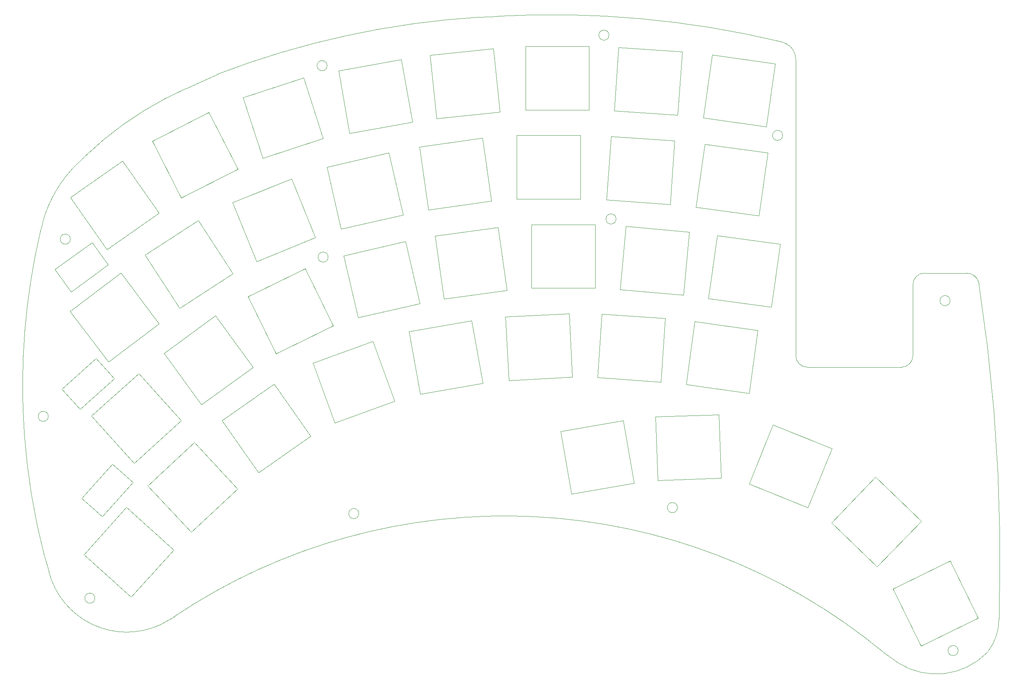
<source format=gbr>
G04 #@! TF.GenerationSoftware,KiCad,Pcbnew,(5.1.5)-3*
G04 #@! TF.CreationDate,2020-03-17T07:33:31+09:00*
G04 #@! TF.ProjectId,fan,66616e2e-6b69-4636-9164-5f7063625858,v1.0*
G04 #@! TF.SameCoordinates,Original*
G04 #@! TF.FileFunction,Other,ECO1*
%FSLAX46Y46*%
G04 Gerber Fmt 4.6, Leading zero omitted, Abs format (unit mm)*
G04 Created by KiCad (PCBNEW (5.1.5)-3) date 2020-03-17 07:33:31*
%MOMM*%
%LPD*%
G04 APERTURE LIST*
%ADD10C,0.001000*%
%ADD11C,0.120000*%
G04 APERTURE END LIST*
D10*
X894208Y-92611946D02*
G75*
G02X4481446Y-47982926I147186792J10627946D01*
G01*
X208772314Y-59879033D02*
G75*
G02X213327220Y-114857810I-383518314J-59451966D01*
G01*
X18103842Y-28454249D02*
G75*
G02X36081093Y-17284410I49304158J-59300751D01*
G01*
X104082251Y-1517838D02*
G75*
G02X165456939Y-7030260I11720749J-213928162D01*
G01*
X168882000Y-10971100D02*
X168902000Y-75485000D01*
X42973000Y-14148000D02*
X36081000Y-17284000D01*
X213327220Y-114857810D02*
G75*
G02X213180994Y-130884386I-388073220J-4473189D01*
G01*
X4862000Y-46479000D02*
X4481000Y-47984000D01*
X13552691Y-32555852D02*
G75*
G02X18104417Y-28454941I53855309J-55199148D01*
G01*
X33473278Y-132346119D02*
G75*
G02X187958430Y-140061172I72076722J-107297881D01*
G01*
X30502159Y-134093957D02*
G75*
G02X6228978Y-122552857I-7315160J15910957D01*
G01*
X196902000Y-57485000D02*
X206152000Y-57484000D01*
X206151999Y-57484920D02*
G75*
G02X208652006Y-59345009I1J-2610080D01*
G01*
X165981000Y-7172300D02*
X165457000Y-7030400D01*
X213181000Y-130884000D02*
X213155000Y-132704000D01*
X166892922Y-7549402D02*
G75*
G02X168881998Y-10971096I-1810922J-3341698D01*
G01*
X5162535Y-118743786D02*
G75*
G02X894205Y-92612874I142917465J36758786D01*
G01*
X194402000Y-75485000D02*
G75*
G02X191902000Y-77985000I-2500000J0D01*
G01*
X210560186Y-140143773D02*
G75*
G02X191181097Y-142384553I-11059186J10724773D01*
G01*
X165981704Y-7172299D02*
G75*
G02X166551969Y-7381382I-2099704J-6609101D01*
G01*
X42972920Y-14147438D02*
G75*
G02X100095793Y-1722399I68974080J-179580562D01*
G01*
X33475000Y-132346000D02*
X30502000Y-134094000D01*
X4861710Y-46478592D02*
G75*
G02X12680944Y-33384060I27359290J-7455408D01*
G01*
X187959000Y-140062000D02*
X191181000Y-142384000D01*
X171402000Y-77985000D02*
G75*
G02X168902000Y-75485000I0J2500000D01*
G01*
X13552000Y-32555000D02*
X12681000Y-33384000D01*
X104082000Y-1518000D02*
X100095000Y-1722000D01*
X194402000Y-59985000D02*
G75*
G02X196902000Y-57485000I2500000J0D01*
G01*
X166893000Y-7549400D02*
X166552000Y-7381400D01*
X208772000Y-59879000D02*
X208652000Y-59345000D01*
X210811000Y-139864000D02*
X210560000Y-140144000D01*
X6229000Y-122553000D02*
X5162000Y-118744000D01*
X213154847Y-132704806D02*
G75*
G02X210810713Y-139864843I-11791847J-103194D01*
G01*
X171402000Y-77985000D02*
X191902000Y-77985000D01*
X194402000Y-75485000D02*
X194402000Y-59985000D01*
X166029000Y-27489000D02*
G75*
G03X166029000Y-27489000I-1100000J0D01*
G01*
X143128329Y-108569541D02*
G75*
G03X143128329Y-108569541I-1100000J0D01*
G01*
X6102000Y-88685000D02*
G75*
G03X6102000Y-88685000I-1100000J0D01*
G01*
X66825692Y-12299696D02*
G75*
G03X66825692Y-12299696I-1100000J0D01*
G01*
X128202649Y-5645937D02*
G75*
G03X128202649Y-5645937I-1100000J0D01*
G01*
X10902000Y-50085000D02*
G75*
G03X10902000Y-50085000I-1100000J0D01*
G01*
X73728327Y-109869542D02*
G75*
G03X73728327Y-109869542I-1100000J0D01*
G01*
X16246651Y-128287934D02*
G75*
G03X16246651Y-128287934I-1100000J0D01*
G01*
X129752649Y-45695934D02*
G75*
G03X129752649Y-45695934I-1100000J0D01*
G01*
X67052649Y-53995933D02*
G75*
G03X67052649Y-53995933I-1100000J0D01*
G01*
X204253649Y-139709608D02*
G75*
G03X204253649Y-139709608I-1100000J0D01*
G01*
X202502000Y-63485000D02*
G75*
G03X202502000Y-63485000I-1100000J0D01*
G01*
D11*
X152155751Y-88293477D02*
X152639109Y-102135039D01*
X152155751Y-88293477D02*
X138314189Y-88776835D01*
X138797547Y-102618397D02*
X138314189Y-88776835D01*
X152639109Y-102135039D02*
X138797547Y-102618397D01*
X208578514Y-132641364D02*
X196130216Y-138712804D01*
X208578514Y-132641364D02*
X202507074Y-120193066D01*
X190058776Y-126264506D02*
X202507074Y-120193066D01*
X196130216Y-138712804D02*
X190058776Y-126264506D01*
X123877648Y-8070937D02*
X123877648Y-21920937D01*
X123877648Y-8070937D02*
X110027648Y-8070937D01*
X110027648Y-21920937D02*
X110027648Y-8070937D01*
X123877648Y-21920937D02*
X110027648Y-21920937D01*
X176739549Y-95736336D02*
X171551248Y-108577833D01*
X176739549Y-95736336D02*
X163898052Y-90548035D01*
X158709751Y-103389532D02*
X163898052Y-90548035D01*
X171551248Y-108577833D02*
X158709751Y-103389532D01*
X125212651Y-46922930D02*
X125212651Y-60772930D01*
X125212651Y-46922930D02*
X111362651Y-46922930D01*
X111362651Y-60772930D02*
X111362651Y-46922930D01*
X125212651Y-60772930D02*
X111362651Y-60772930D01*
X121977649Y-27470935D02*
X121977649Y-41320935D01*
X121977649Y-27470935D02*
X108127649Y-27470935D01*
X108127649Y-41320935D02*
X108127649Y-27470935D01*
X121977649Y-41320935D02*
X108127649Y-41320935D01*
X145654851Y-48500838D02*
X144447744Y-62298135D01*
X145654851Y-48500838D02*
X131857554Y-47293731D01*
X130650447Y-61091028D02*
X131857554Y-47293731D01*
X144447744Y-62298135D02*
X130650447Y-61091028D01*
X23125873Y-108498579D02*
X33418428Y-117766038D01*
X23125873Y-108498579D02*
X13858414Y-118791134D01*
X24150969Y-128058593D02*
X13858414Y-118791134D01*
X33418428Y-117766038D02*
X24150969Y-128058593D01*
X196226588Y-111497018D02*
X186605570Y-121459874D01*
X196226588Y-111497018D02*
X186263732Y-101876000D01*
X176642714Y-111838856D02*
X186263732Y-101876000D01*
X186605570Y-121459874D02*
X176642714Y-111838856D01*
X144143844Y-9270867D02*
X143177716Y-23087129D01*
X144143844Y-9270867D02*
X130327582Y-8304739D01*
X129361454Y-22121001D02*
X130327582Y-8304739D01*
X143177716Y-23087129D02*
X129361454Y-22121001D01*
X165474029Y-51202102D02*
X163546482Y-64917315D01*
X165474029Y-51202102D02*
X151758816Y-49274555D01*
X149831269Y-62989768D02*
X151758816Y-49274555D01*
X163546482Y-64917315D02*
X149831269Y-62989768D01*
X160634029Y-69983105D02*
X158706482Y-83698318D01*
X160634029Y-69983105D02*
X146918816Y-68055558D01*
X144991269Y-81770771D02*
X146918816Y-68055558D01*
X158706482Y-83698318D02*
X144991269Y-81770771D01*
X162774028Y-31302101D02*
X160846481Y-45017314D01*
X162774028Y-31302101D02*
X149058815Y-29374554D01*
X147131268Y-43089767D02*
X149058815Y-29374554D01*
X160846481Y-45017314D02*
X147131268Y-43089767D01*
X61698772Y-14969926D02*
X65978657Y-28142059D01*
X61698772Y-14969926D02*
X48526639Y-19249811D01*
X52806524Y-32421944D02*
X48526639Y-19249811D01*
X65978657Y-28142059D02*
X52806524Y-32421944D01*
X37896371Y-94345169D02*
X47342048Y-104474418D01*
X37896371Y-94345169D02*
X27767122Y-103790846D01*
X37212799Y-113920095D02*
X27767122Y-103790846D01*
X47342048Y-104474418D02*
X37212799Y-113920095D01*
X55247259Y-81639289D02*
X63191293Y-92984545D01*
X55247259Y-81639289D02*
X43902003Y-89583323D01*
X51846037Y-100928579D02*
X43902003Y-89583323D01*
X63191293Y-92984545D02*
X51846037Y-100928579D01*
X104049482Y-47485558D02*
X105977029Y-61200771D01*
X104049482Y-47485558D02*
X90334269Y-49413105D01*
X92261816Y-63128318D02*
X90334269Y-49413105D01*
X105977029Y-61200771D02*
X92261816Y-63128318D01*
X62077078Y-56511069D02*
X68148518Y-68959367D01*
X62077078Y-56511069D02*
X49628780Y-62582509D01*
X55700220Y-75030807D02*
X49628780Y-62582509D01*
X68148518Y-68959367D02*
X55700220Y-75030807D01*
X41078985Y-22481834D02*
X47366753Y-34822274D01*
X41078985Y-22481834D02*
X28738545Y-28769602D01*
X35026313Y-41110042D02*
X28738545Y-28769602D01*
X47366753Y-34822274D02*
X35026313Y-41110042D01*
X83926376Y-50589639D02*
X87041948Y-64084665D01*
X83926376Y-50589639D02*
X70431350Y-53705211D01*
X73546922Y-67200237D02*
X70431350Y-53705211D01*
X87041948Y-64084665D02*
X73546922Y-67200237D01*
X38741817Y-45997515D02*
X46285068Y-57613102D01*
X38741817Y-45997515D02*
X27126230Y-53540766D01*
X34669481Y-65156353D02*
X27126230Y-53540766D01*
X46285068Y-57613102D02*
X34669481Y-65156353D01*
X25778198Y-79332927D02*
X35045657Y-89625482D01*
X25778198Y-79332927D02*
X15485643Y-88600386D01*
X24753102Y-98892941D02*
X15485643Y-88600386D01*
X35045657Y-89625482D02*
X24753102Y-98892941D01*
X100646482Y-28074554D02*
X102574029Y-41789767D01*
X100646482Y-28074554D02*
X86931269Y-30002101D01*
X88858816Y-43717314D02*
X86931269Y-30002101D01*
X102574029Y-41789767D02*
X88858816Y-43717314D01*
X59088245Y-36912038D02*
X64276546Y-49753535D01*
X59088245Y-36912038D02*
X46246748Y-42100339D01*
X51435049Y-54941836D02*
X46246748Y-42100339D01*
X64276546Y-49753535D02*
X51435049Y-54941836D01*
X21888630Y-57462814D02*
X30223768Y-68523916D01*
X21888630Y-57462814D02*
X10827528Y-65797952D01*
X19162666Y-76859054D02*
X10827528Y-65797952D01*
X30223768Y-68523916D02*
X19162666Y-76859054D01*
X76742915Y-72341167D02*
X81479894Y-85355910D01*
X76742915Y-72341167D02*
X63728172Y-77078146D01*
X68465151Y-90092889D02*
X63728172Y-77078146D01*
X81479894Y-85355910D02*
X68465151Y-90092889D01*
X82969928Y-10973629D02*
X85374955Y-24613216D01*
X82969928Y-10973629D02*
X69330341Y-13378656D01*
X71735368Y-27018243D02*
X69330341Y-13378656D01*
X85374955Y-24613216D02*
X71735368Y-27018243D01*
X22253260Y-33051292D02*
X30197294Y-44396548D01*
X22253260Y-33051292D02*
X10908004Y-40995326D01*
X18852038Y-52340582D02*
X10908004Y-40995326D01*
X30197294Y-44396548D02*
X18852038Y-52340582D01*
X80242375Y-31290635D02*
X83357947Y-44785661D01*
X80242375Y-31290635D02*
X66747349Y-34406207D01*
X69862921Y-47901233D02*
X66747349Y-34406207D01*
X83357947Y-44785661D02*
X69862921Y-47901233D01*
X102984852Y-8585014D02*
X104432571Y-22359143D01*
X102984852Y-8585014D02*
X89210723Y-10032733D01*
X90658442Y-23806862D02*
X89210723Y-10032733D01*
X104432571Y-22359143D02*
X90658442Y-23806862D01*
X98302928Y-67834630D02*
X100707955Y-81474217D01*
X98302928Y-67834630D02*
X84663341Y-70239657D01*
X87068368Y-83879244D02*
X84663341Y-70239657D01*
X100707955Y-81474217D02*
X87068368Y-83879244D01*
X140478844Y-67363868D02*
X139512716Y-81180130D01*
X140478844Y-67363868D02*
X126662582Y-66397740D01*
X125696454Y-80214002D02*
X126662582Y-66397740D01*
X139512716Y-81180130D02*
X125696454Y-80214002D01*
X42523680Y-66780074D02*
X50664506Y-77984960D01*
X42523680Y-66780074D02*
X31318794Y-74920900D01*
X39459620Y-86125786D02*
X31318794Y-74920900D01*
X50664506Y-77984960D02*
X39459620Y-86125786D01*
X164374029Y-11902101D02*
X162446482Y-25617314D01*
X164374029Y-11902101D02*
X150658816Y-9974554D01*
X148731269Y-23689767D02*
X150658816Y-9974554D01*
X162446482Y-25617314D02*
X148731269Y-23689767D01*
X142483844Y-28670867D02*
X141517716Y-42487129D01*
X142483844Y-28670867D02*
X128667582Y-27704739D01*
X127701454Y-41521001D02*
X128667582Y-27704739D01*
X141517716Y-42487129D02*
X127701454Y-41521001D01*
X131270000Y-89565422D02*
X133675027Y-103205009D01*
X131270000Y-89565422D02*
X117630413Y-91970449D01*
X120035440Y-105610036D02*
X117630413Y-91970449D01*
X133675027Y-103205009D02*
X120035440Y-105610036D01*
X119520729Y-66298998D02*
X120245582Y-80130017D01*
X119520729Y-66298998D02*
X105689710Y-67023851D01*
X106414563Y-80854870D02*
X105689710Y-67023851D01*
X120245582Y-80130017D02*
X106414563Y-80854870D01*
X19161091Y-55684058D02*
X15634379Y-50829956D01*
X11070921Y-61561910D02*
X19161091Y-55684058D01*
X7544209Y-56707808D02*
X11070921Y-61561910D01*
X15634379Y-50829956D02*
X7544209Y-56707808D01*
X20475764Y-80479715D02*
X16460980Y-76020846D01*
X13044316Y-87171022D02*
X20475764Y-80479715D01*
X9029532Y-82712153D02*
X13044316Y-87171022D01*
X16460980Y-76020846D02*
X9029532Y-82712153D01*
X24527737Y-103087602D02*
X20068868Y-99072818D01*
X17836430Y-110519050D02*
X24527737Y-103087602D01*
X13377561Y-106504266D02*
X17836430Y-110519050D01*
X20068868Y-99072818D02*
X13377561Y-106504266D01*
M02*

</source>
